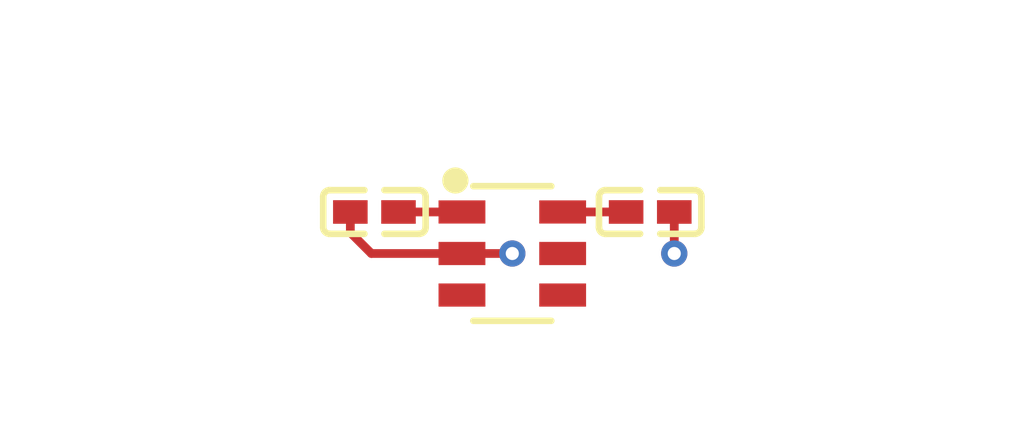
<source format=kicad_pcb>
(kicad_pcb (version 20241229) (generator "pcbnew") (generator_version "9.0")
  (layers (0 "F.Cu" signal) (2 "B.Cu" signal) (13 "F.Paste" user) (15 "B.Paste" user) (5 "F.SilkS" user "F.Silkscreen") (7 "B.SilkS" user "B.Silkscreen") (1 "F.Mask" user) (3 "B.Mask" user) (25 "Edge.Cuts" user))
  (net 0 "")
  (net 1 "power_b-VCC")
  (net 2 "A")
  (net 3 "B")
  (net 4 "DIR")
  (net 5 "power_a-VCC")
  (net 6 "GND")
  (footprint "Wuxi_I_core_Elec_AiP74LVC1T45GB236_TR:SOT-23-6_L2.9-W1.6-P0.95-LS2.8-BL" (layer "F.Cu") (at 0 0 -90)
    (property "Reference" "U1" (hide yes))
    (property "Value" "")
    (fp_line (start 1.54 0.89) (end 1.54 -0.89) (stroke (width 0.15)) (layer "F.SilkS"))
    (fp_line (start -1.54 0.89) (end -1.54 -0.89) (stroke (width 0.15)) (layer "F.SilkS"))
    (fp_circle (center -1.67 1.3) (end -1.52 1.3) (stroke (width 0.3)) (fill no) (layer "F.SilkS"))
    (pad "1" smd rect (at -0.95 1.15 -90) (size 0.53 1.07) (layers "F.Cu" "F.Paste" "F.Mask") (net 5 "power_a-VCC"))
    (pad "2" smd rect (at 0 1.15 -90) (size 0.53 1.07) (layers "F.Cu" "F.Paste" "F.Mask") (net 6 "GND"))
    (pad "3" smd rect (at 0.95 1.15 -90) (size 0.53 1.07) (layers "F.Cu" "F.Paste" "F.Mask") (net 2 "A"))
    (pad "4" smd rect (at 0.95 -1.15 -90) (size 0.53 1.07) (layers "F.Cu" "F.Paste" "F.Mask") (net 3 "B"))
    (pad "5" smd rect (at 0 -1.15 -90) (size 0.53 1.07) (layers "F.Cu" "F.Paste" "F.Mask") (net 4 "DIR"))
    (pad "6" smd rect (at -0.95 -1.15 -90) (size 0.53 1.07) (layers "F.Cu" "F.Paste" "F.Mask") (net 1 "power_b-VCC"))
  )
  (footprint "Samsung_Electro_Mechanics_CL05B104KO5NNNC:C0402" (layer "F.Cu") (at -3.15 -0.95 180)
    (property "Reference" "C1" (hide yes))
    (property "Value" "100nF ±10% 16V X7R")
    (fp_line (start 1.02 -0.5) (end 0.23 -0.5) (stroke (width 0.15)) (layer "F.SilkS"))
    (fp_line (start 0.23 0.5) (end 1.02 0.5) (stroke (width 0.15)) (layer "F.SilkS"))
    (fp_line (start 1.17 0.35) (end 1.17 -0.35) (stroke (width 0.15)) (layer "F.SilkS"))
    (fp_line (start -1.02 -0.5) (end -0.23 -0.5) (stroke (width 0.15)) (layer "F.SilkS"))
    (fp_line (start -0.23 0.5) (end -1.02 0.5) (stroke (width 0.15)) (layer "F.SilkS"))
    (fp_line (start -1.17 0.35) (end -1.17 -0.35) (stroke (width 0.15)) (layer "F.SilkS"))
    (fp_arc (start 1.17 0.35) (mid 1.1260660171779822 0.456066017177982) (end 1.02 0.4999999999999999) (stroke (width 0.15)) (layer "F.SilkS"))
    (fp_arc (start 1.02 -0.5) (mid 1.1260660171779822 -0.4560660171779821) (end 1.17 -0.35) (stroke (width 0.15)) (layer "F.SilkS"))
    (fp_arc (start -1.17 0.35) (mid -1.1260660171779822 0.456066017177982) (end -1.02 0.4999999999999999) (stroke (width 0.15)) (layer "F.SilkS"))
    (fp_arc (start -1.02 -0.5) (mid -1.1260660171779822 -0.4560660171779821) (end -1.17 -0.35) (stroke (width 0.15)) (layer "F.SilkS"))
    (pad "2" smd rect (at 0.55 0 180) (size 0.79 0.54) (layers "F.Cu" "F.Paste" "F.Mask") (net 6 "GND"))
    (pad "1" smd rect (at -0.55 0 180) (size 0.79 0.54) (layers "F.Cu" "F.Paste" "F.Mask") (net 5 "power_a-VCC"))
  )
  (footprint "Samsung_Electro_Mechanics_CL05B104KO5NNNC:C0402" (layer "F.Cu") (at 3.15 -0.95 0)
    (property "Reference" "C2" (hide yes))
    (property "Value" "100nF ±10% 16V X7R")
    (fp_line (start 1.02 -0.5) (end 0.23 -0.5) (stroke (width 0.15)) (layer "F.SilkS"))
    (fp_line (start 0.23 0.5) (end 1.02 0.5) (stroke (width 0.15)) (layer "F.SilkS"))
    (fp_line (start 1.17 0.35) (end 1.17 -0.35) (stroke (width 0.15)) (layer "F.SilkS"))
    (fp_line (start -1.02 -0.5) (end -0.23 -0.5) (stroke (width 0.15)) (layer "F.SilkS"))
    (fp_line (start -0.23 0.5) (end -1.02 0.5) (stroke (width 0.15)) (layer "F.SilkS"))
    (fp_line (start -1.17 0.35) (end -1.17 -0.35) (stroke (width 0.15)) (layer "F.SilkS"))
    (fp_arc (start 1.17 0.35) (mid 1.1260660171779822 0.456066017177982) (end 1.02 0.4999999999999999) (stroke (width 0.15)) (layer "F.SilkS"))
    (fp_arc (start 1.02 -0.5) (mid 1.1260660171779822 -0.4560660171779821) (end 1.17 -0.35) (stroke (width 0.15)) (layer "F.SilkS"))
    (fp_arc (start -1.17 0.35) (mid -1.1260660171779822 0.456066017177982) (end -1.02 0.4999999999999999) (stroke (width 0.15)) (layer "F.SilkS"))
    (fp_arc (start -1.02 -0.5) (mid -1.1260660171779822 -0.4560660171779821) (end -1.17 -0.35) (stroke (width 0.15)) (layer "F.SilkS"))
    (pad "2" smd rect (at 0.55 0 0) (size 0.79 0.54) (layers "F.Cu" "F.Paste" "F.Mask") (net 6 "GND"))
    (pad "1" smd rect (at -0.55 0 0) (size 0.79 0.54) (layers "F.Cu" "F.Paste" "F.Mask") (net 1 "power_b-VCC"))
  )
  (via (at 0 0) (size 0.6) (drill 0.3) (layers "F.Cu" "B.Cu") (net 6))
  (via (at 3.7 0) (size 0.6) (drill 0.3) (layers "F.Cu" "B.Cu") (net 6))
  (segment (start 2.6 -0.95) (end 1.15 -0.95) (width 0.2) (net 1) (layer "F.Cu"))
  (segment (start -2.6 -0.95) (end -1.15 -0.95) (width 0.2) (net 5) (layer "F.Cu"))
  (segment (start -3.7 -0.48) (end -3.22 0) (width 0.2) (net 6) (layer "F.Cu"))
  (segment (start -1.15 0) (end 0 0) (width 0.2) (net 6) (layer "F.Cu"))
  (segment (start -3.700001 -0.95) (end -3.7 -0.48) (width 0.2) (net 6) (layer "F.Cu"))
  (segment (start 3.700001 -0.95) (end 3.7 0) (width 0.2) (net 6) (layer "F.Cu"))
  (segment (start -3.22 0) (end -1.15 0) (width 0.2) (net 6) (layer "F.Cu"))
)
</source>
